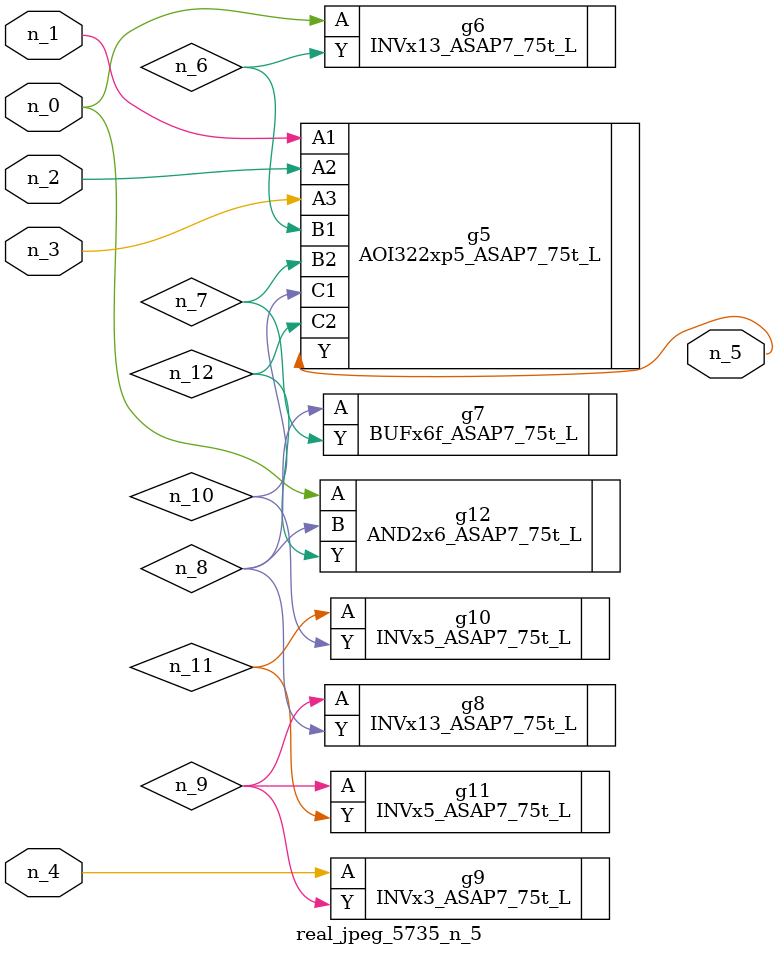
<source format=v>
module real_jpeg_5735_n_5 (n_4, n_0, n_1, n_2, n_3, n_5);

input n_4;
input n_0;
input n_1;
input n_2;
input n_3;

output n_5;

wire n_12;
wire n_8;
wire n_11;
wire n_6;
wire n_7;
wire n_10;
wire n_9;

INVx13_ASAP7_75t_L g6 ( 
.A(n_0),
.Y(n_6)
);

AND2x6_ASAP7_75t_L g12 ( 
.A(n_0),
.B(n_8),
.Y(n_12)
);

AOI322xp5_ASAP7_75t_L g5 ( 
.A1(n_1),
.A2(n_2),
.A3(n_3),
.B1(n_6),
.B2(n_7),
.C1(n_10),
.C2(n_12),
.Y(n_5)
);

INVx3_ASAP7_75t_L g9 ( 
.A(n_4),
.Y(n_9)
);

BUFx6f_ASAP7_75t_L g7 ( 
.A(n_8),
.Y(n_7)
);

INVx13_ASAP7_75t_L g8 ( 
.A(n_9),
.Y(n_8)
);

INVx5_ASAP7_75t_L g11 ( 
.A(n_9),
.Y(n_11)
);

INVx5_ASAP7_75t_L g10 ( 
.A(n_11),
.Y(n_10)
);


endmodule
</source>
